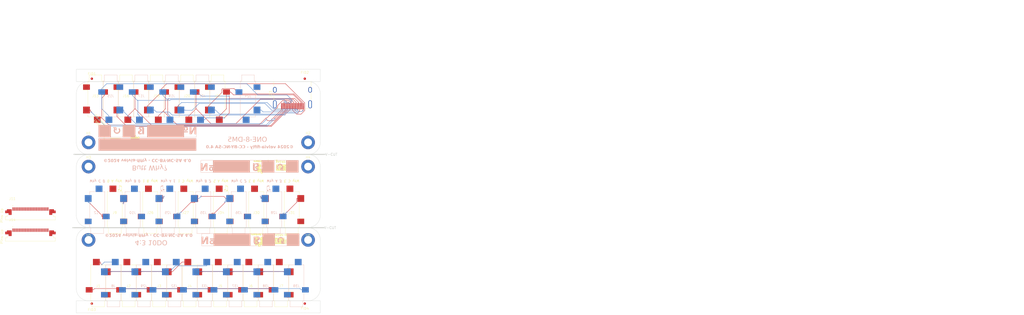
<source format=kicad_pcb>
(kicad_pcb (version 20240108) (generator "pcbnew") (generator_version "8.0")
  (layers (0 "F.Cu" signal) (31 "B.Cu" signal) (34 "B.Paste" user) (35 "F.Paste" user) (36 "B.SilkS" user "B.Silkscreen") (37 "F.SilkS" user "F.Silkscreen") (38 "B.Mask" user) (39 "F.Mask" user) (44 "Edge.Cuts" user))
  (net 0 "")
  (net 1 "GND")
  (net 2 "/Ring 0")
  (net 3 "/TIP 0")
  (net 4 "/Ring 1")
  (net 5 "/TIP 1")
  (net 6 "/Ring 2")
  (net 9 "/TIP 2")
  (net 10 "/Ring 3")
  (net 11 "/TIP 3")
  (net 12 "/Ring 4")
  (net 13 "/TIP 4")
  (net 14 "/TIP 5")
  (net 15 "/Ring 5")
  (net 16 "/TIP 6")
  (net 17 "/Ring 6")
  (net 18 "/Ring 7")
  (net 19 "/TIP 7")
  (net 20 "/Ring 8")
  (net 21 "/TIP 8")
  (net 22 "/TIP 9")
  (net 25 "Net-(J10-PadT)")
  (net 26 "Net-(J12-PadT)")
  (net 32 "Net-(J25-PadR)")
  (net 34 "Net-(J25-PadT)")
  (net 39 "Net-(J28-PadR)")
  (net 41 "Net-(J28-PadT)")
  (net 42 "Net-(J29-PadT)")
  (net 43 "Net-(J29-PadR)")
  (net 48 "Net-(J34-PadR)")
  (net 49 "Net-(J34-PadT)")
  (net 57 "Net-(J1-PadTN)")
  (net 58 "Net-(J1-PadT)")
  (net 59 "Net-(J1-PadR)")
  (net 62 "Net-(J4-PadT)")
  (net 69 "Net-(J33-PadT)")
  (net 74 "/EXT_JACK_T_4")
  (net 75 "/EXT_JACK_TN_5")
  (net 76 "/EXT_JACK_T_8")
  (net 77 "/EXT_JACK_T_5")
  (net 78 "/EXT_JACK_T_2")
  (net 79 "/EXT_JACK_TN_4")
  (net 80 "/EXT_JACK_T_3")
  (net 81 "/EXT_JACK_R_3")
  (net 82 "/EXT_JACK_R_6")
  (net 83 "/EXT_JACK_T_6")
  (net 84 "/EXT_JACK_R_7")
  (net 85 "/EXT_JACK_R_4")
  (net 86 "/EXT_JACK_TN_3")
  (net 87 "/EXT_JACK_R_1")
  (net 88 "/EXT_JACK_R_8")
  (net 89 "/EXT_JACK_TN_6")
  (net 90 "/EXT_JACK_T_1")
  (net 91 "/EXT_JACK_TN_1")
  (net 92 "/EXT_JACK_TN_8")
  (net 93 "/EXT_JACK_R_2")
  (net 94 "/EXT_JACK_T_7")
  (net 95 "/EXT_JACK_TN_2")
  (net 96 "/EXT_JACK_TN_7")
  (net 97 "/EXT_JACK_R_5")
  (net 98 "/DB PIN 25")
  (net 99 "/DB PIN 6")
  (net 100 "/DB PIN 12")
  (net 101 "/DB PIN 2")
  (net 102 "/DB PIN 10")
  (net 103 "/DB PIN 19")
  (net 104 "/DB PIN 11")
  (net 105 "/DB PIN 29")
  (net 106 "/DB PIN 4")
  (net 107 "/DB PIN 8")
  (net 108 "/DB PIN 20")
  (net 109 "/DB PIN 15")
  (net 110 "/DB PIN 14")
  (net 111 "/DB PIN 24")
  (net 112 "/DB PIN 26")
  (net 113 "/DB PIN 18")
  (net 114 "/DB PIN 22")
  (net 115 "/DB PIN 5")
  (net 116 "/DB PIN 13")
  (net 117 "/DB PIN 1")
  (net 118 "/DB PIN 23")
  (net 119 "/DB PIN 3")
  (net 120 "/DB PIN 16")
  (net 121 "/DB PIN 9")
  (net 122 "/DB PIN 28")
  (net 123 "/DB PIN 7")
  (net 124 "/DB PIN 17")
  (net 125 "/DB PIN 21")
  (net 126 "/DB PIN 30")
  (net 127 "/DB PIN 27")
  (footprint "AT-Footprints:Panel - Hole" (layer "F.Cu") (at 127.2625 47.314466)
    (property "Reference" "H17")
    (property "Value" "Panel Hole")
  )
  (footprint "Connector_Audio:Jack_3.5mm_CUI_SJ-3524-SMT_Horizontal" (layer "F.Cu") (at 171.2125 133.75 180)
    (property "Reference" "J4")
    (property "Value" "BETA")
  )
  (footprint "Connector_Audio:Jack_3.5mm_CUI_SJ-3524-SMT_Horizontal" (layer "F.Cu") (at 158.7125 133.75 180)
    (property "Reference" "J3")
    (property "Value" "ALPHA")
  )
  (footprint "AT-Footprints:at-logo" (layer "F.Cu") (at 209.7625 116.85 180)
    (property "Reference" "G5" (hide yes))
    (property "Value" "LOGO" (hide yes))
  )
  (footprint "AT-Footprints:AMPHENOL_SFV30R-4STE1HLF - FFC - 30 RA" (layer "F.Cu") (at 105.9375 113.255)
    (property "Reference" "J14")
    (property "Value" "Daughter")
  )
  (footprint "Symbol:OSHW-Logo2_7.3x6mm_SilkScreen" (layer "F.Cu") (at 148.8625 74.719466)
    (property "Reference" "G2" (hide yes))
    (property "Value" "OSHW-Logo2_7.3x6mm_SilkScreen" (hide yes))
  )
  (footprint "MountingHole:MountingHole_3.2mm_M3_DIN965_Pad" (layer "F.Cu") (at 219.7625 84.75)
    (property "Reference" "H4")
    (property "Value" "M3")
  )
  (footprint "AT-Footprints:Panel - Hole" (layer "F.Cu") (at 222.2625 142.350001 180)
    (property "Reference" "H20")
    (property "Value" "Panel Hole")
  )
  (footprint "Connector_Audio:Jack_3.5mm_CUI_SJ-3524-SMT_Horizontal" (layer "F.Cu") (at 140.5125 103.65 180)
    (property "Reference" "J9")
    (property "Value" "Why A 0")
  )
  (footprint "Connector_Audio:Jack_3.5mm_CUI_SJ-3524-SMT_Horizontal" (layer "F.Cu") (at 133.7125 133.75 180)
    (property "Reference" "J1")
    (property "Value" "ALPHA")
  )
  (footprint "MountingHole:MountingHole_3.2mm_M3_DIN965_Pad" (layer "F.Cu") (at 129.7625 114.85)
    (property "Reference" "H5")
    (property "Value" "M3")
  )
  (footprint "Fiducial:Fiducial_1mm_Mask3mm" (layer "F.Cu") (at 131.1125 141.000001 180)
    (property "Reference" "FID3")
    (property "Value" "Fiducial")
  )
  (footprint "AT-Footprints:Panel - Hole" (layer "F.Cu") (at 127.2625 142.350001 180)
    (property "Reference" "H19")
    (property "Value" "Panel Hole")
  )
  (footprint "MountingHole:MountingHole_3.2mm_M3_DIN965_Pad" (layer "F.Cu") (at 219.7625 74.814466)
    (property "Reference" "H2")
    (property "Value" "M3")
  )
  (footprint "Connector_Audio:Jack_3.5mm_CUI_SJ-3524-SMT_Horizontal" (layer "F.Cu") (at 145.1125 55.719466)
    (property "Reference" "J16")
    (property "Value" "Stereo 2")
  )
  (footprint "Connector_Audio:Jack_3.5mm_CUI_SJ-3524-SMT_Horizontal" (layer "F.Cu") (at 155.0625 103.65 180)
    (property "Reference" "J26")
    (property "Value" "Why B 1")
  )
  (footprint "Connector_Audio:Jack_3.5mm_CUI_SJ-3524-SMT_Horizontal" (layer "F.Cu") (at 208.7125 133.75 180)
    (property "Reference" "J7")
    (property "Value" "A/B")
  )
  (footprint "Connector_Audio:Jack_3.5mm_CUI_SJ-3524-SMT_Horizontal" (layer "F.Cu") (at 169.5625 103.65 180)
    (property "Reference" "J27")
    (property "Value" "Why C 1")
  )
  (footprint "Connector_Video:HDMI_A_Molex_208658-1001_Horizontal" (layer "F.Cu") (at 213.3625 56.654466 90)
    (property "Reference" "J23")
    (property "Value" "HDMI")
  )
  (footprint "Connector_Audio:Jack_3.5mm_CUI_SJ-3524-SMT_Horizontal" (layer "F.Cu") (at 182.6125 55.719466)
    (property "Reference" "J22")
    (property "Value" "Stereo 8")
  )
  (footprint "Connector_Audio:Jack_3.5mm_CUI_SJ-3524-SMT_Horizontal" (layer "F.Cu") (at 146.2125 133.75 180)
    (property "Reference" "J2")
    (property "Value" "ALPHA")
  )
  (footprint "AT-Footprints:Panel - Hole" (layer "F.Cu") (at 222.2625 47.314466)
    (property "Reference" "H18")
    (property "Value" "Panel Hole")
  )
  (footprint "Fiducial:Fiducial_1mm_Mask2mm" (layer "F.Cu") (at 131.1125 48.664466)
    (property "Reference" "FID1")
    (property "Value" "Fiducial")
  )
  (footprint "AT-Footprints:at-logo" (layer "F.Cu") (at 210.7625 86.75 180)
    (property "Reference" "G3" (hide yes))
    (property "Value" "LOGO" (hide yes))
  )
  (footprint "AT-Footprints:at-logo" (layer "F.Cu") (at 138.8625 72.719466)
    (property "Reference" "G1" (hide yes))
    (property "Value" "LOGO" (hide yes))
  )
  (footprint "Connector_Audio:Jack_3.5mm_CUI_SJ-3524-SMT_Horizontal" (layer "F.Cu") (at 196.2125 133.75 180)
    (property "Reference" "J6")
    (property "Value" "A/B")
  )
  (footprint "MountingHole:MountingHole_3.2mm_M3_DIN965_Pad" (layer "F.Cu") (at 129.7625 74.814466)
    (property "Reference" "H1")
    (property "Value" "M3")
  )
  (footprint "Connector_Audio:Jack_3.5mm_CUI_SJ-3524-SMT_Horizontal" (layer "F.Cu") (at 213.0625 103.65 180)
    (property "Reference" "J31")
    (property "Value" "Why C 3")
  )
  (footprint "Connector_Audio:Jack_3.5mm_CUI_SJ-3524-SMT_Horizontal" (layer "F.Cu") (at 157.6125 55.719466)
    (property "Reference" "J18")
    (property "Value" "Stereo 4")
  )
  (footprint "Symbol:OSHW-Logo2_7.3x6mm_SilkScreen" (layer "F.Cu") (at 199.7625 114.85 180)
    (property "Reference" "G6" (hide yes))
    (property "Value" "OSHW-Logo2_7.3x6mm_SilkScreen" (hide yes))
  )
  (footprint "AT-Footprints:AMPHENOL_SFV30R-4STE1HLF - FFC - 30 RA" (layer "F.Cu") (at 105.9375 104.58)
    (property "Reference" "J11")
    (property "Value" "EXT_INTERFACE_1")
  )
  (footprint "Fiducial:Fiducial_1mm_Mask3mm" (layer "F.Cu") (at 218.4125 48.664466)
    (property "Reference" "FID2")
    (property "Value" "Fiducial")
  )
  (footprint "Connector_Audio:Jack_3.5mm_CUI_SJ-3524-SMT_Horizontal" (layer "F.Cu") (at 132.6125 55.719466)
    (property "Reference" "J13")
    (property "Value" "Stereo 0")
  )
  (footprint "Connector_Audio:Jack_3.5mm_CUI_SJ-3524-SMT_Horizontal" (layer "F.Cu") (at 184.0625 103.65 180)
    (property "Reference" "J34")
    (property "Value" "Why A 2")
  )
  (footprint "Connector_Audio:Jack_3.5mm_CUI_SJ-3524-SMT_Horizontal" (layer "F.Cu") (at 170.1125 55.719466)
    (property "Reference" "J20")
    (property "Value" "Stereo 6")
  )
  (footprint "Connector_Audio:Jack_3.5mm_CUI_SJ-3524-SMT_Horizontal" (layer "F.Cu") (at 198.5625 103.65 180)
    (property "Reference" "J30")
    (property "Value" "Why B 3")
  )
  (footprint "MountingHole:MountingHole_3.2mm_M3_DIN965_Pad" (layer "F.Cu") (at 129.7625 84.75)
    (property "Reference" "H3")
    (property "Value" "M3")
  )
  (footprint "MountingHole:MountingHole_3.2mm_M3_DIN965_Pad" (layer "F.Cu") (at 219.7625 114.85)
    (property "Reference" "H6")
    (property "Value" "M3")
  )
  (footprint "Symbol:OSHW-Logo2_7.3x6mm_SilkScreen" (layer "F.Cu") (at 200.7625 84.75 180)
    (property "Reference" "G4" (hide yes))
    (property "Value" "OSHW-Logo2_7.3x6mm_SilkScreen" (hide yes))
  )
  (footprint "Fiducial:Fiducial_1mm_Mask2mm" (layer "F.Cu") (at 218.4125 141.000001 180)
    (property "Reference" "FID4")
    (property "Value" "Fiducial")
  )
  (footprint "Connector_Audio:Jack_3.5mm_CUI_SJ-3524-SMT_Horizontal" (layer "F.Cu") (at 183.7125 133.75 180)
    (property "Reference" "J5")
    (property "Value" "A/B")
  )
  (footprint "Connector_Audio:Jack_3.5mm_CUI_SJ-3524-SMT_Horizontal" (layer "B.Cu") (at 163.8958 55.719466 180)
    (property "Reference" "J19")
    (property "Value" "Stereo 5")
  )
  (footprint "Connector_Audio:Jack_3.5mm_CUI_SJ-3524-SMT_Horizontal" (layer "B.Cu") (at 202.4625 133.75)
    (property "Reference" "J38")
    (property "Value" "C/D")
  )
  (footprint "Connector_Audio:Jack_3.5mm_CUI_SJ-3524-SMT_Horizontal" (layer "B.Cu") (at 139.9625 133.75)
    (property "Reference" "J8")
    (property "Value" "A/GAMMA")
  )
  (footprint "Connector_Audio:Jack_3.5mm_CUI_SJ-3524-SMT_Horizontal" (layer "B.Cu") (at 214.9625 133.75)
    (property "Reference" "J39")
    (property "Value" "C/D")
  )
  (footprint "Connector_Audio:Jack_3.5mm_CUI_SJ-3524-SMT_Horizontal" (layer "B.Cu") (at 133.3125 103.65)
    (property "Reference" "J12")
    (property "Value" "Why C 0")
  )
  (footprint "Connector_Audio:Jack_3.5mm_CUI_SJ-3524-SMT_Horizontal" (layer "B.Cu") (at 195.1125 55.719466 180)
    (property "Reference" "J24")
    (property "Value" "Mono")
  )
  (footprint "Connector_Audio:Jack_3.5mm_CUI_SJ-3524-SMT_Horizontal" (layer "B.Cu") (at 176.4125 55.719466 180)
    (property "Reference" "J21")
    (property "Value" "Stereo 7")
  )
  (footprint "Connector_Audio:Jack_3.5mm_CUI_SJ-3524-SMT_Horizontal" (layer "B.Cu") (at 164.9625 133.75)
    (property "Reference" "J32")
    (property "Value" "GAMMA")
  )
  (footprint "Connector_Audio:Jack_3.5mm_CUI_SJ-3524-SMT_Horizontal" (layer "B.Cu") (at 205.8125 103.65)
    (property "Reference" "J28")
    (property "Value" "Why A 3")
  )
  (footprint "Connector_Audio:Jack_3.5mm_CUI_SJ-3524-SMT_Horizontal" (layer "B.Cu") (at 162.3125 103.65)
    (property "Reference" "J25")
    (property "Value" "Why A 1")
  )
  (footprint "Connector_Audio:Jack_3.5mm_CUI_SJ-3524-SMT_Horizontal" (layer "B.Cu") (at 176.8125 103.65)
    (property "Reference" "J35")
    (property "Value" "Why B 2")
  )
  (footprint "Connector_Audio:Jack_3.5mm_CUI_SJ-3524-SMT_Horizontal" (layer "B.Cu") (at 151.3792 55.719466 180)
    (property "Reference" "J17")
    (property "Value" "Stereo 3")
  )
  (footprint "Connector_Audio:Jack_3.5mm_CUI_SJ-3524-SMT_Horizontal" (layer "B.Cu") (at 147.8125 103.65)
    (property "Reference" "J10")
    (property "Value" "Why B 0")
  )
  (footprint "Connector_Audio:Jack_3.5mm_CUI_SJ-3524-SMT_Horizontal" (layer "B.Cu") (at 152.4625 133.75)
    (property "Reference" "J29")
    (property "Value" "GAMMA")
  )
  (footprint "Connector_Audio:Jack_3.5mm_CUI_SJ-3524-SMT_Horizontal" (layer "B.Cu") (at 189.9625 133.75)
    (property "Reference" "J37")
    (property "Value" "C/D")
  )
  (footprint "Connector_Audio:Jack_3.5mm_CUI_SJ-3524-SMT_Horizontal" (layer "B.Cu") (at 191.3125 103.65)
    (property "Reference" "J36")
    (property "Value" "Why C 2")
  )
  (footprint "Connector_Audio:Jack_3.5mm_CUI_SJ-3524-SMT_Horizontal" (layer "B.Cu") (at 138.8625 55.719466 180)
    (property "Reference" "J15")
    (property "Value" "Stereo 1")
  )
  (footprint "Connector_Audio:Jack_3.5mm_CUI_SJ-3524-SMT_Horizontal" (layer "B.Cu") (at 177.4625 133.75)
    (property "Reference" "J33")
    (property "Value" "DELTA")
  )
  (gr_poly (pts (xy 205.818055 87.154999) (xy 200.818054 87.154999) (xy 200.818054 82.154999) (xy 205.818054 82.155)) (stroke (width 0.1)) (fill solid) (layer "B.SilkS"))
  (gr_rect (start 133.8625 67.719466) (end 138.8625 72.719466) (stroke (width 0.1)) (fill solid) (layer "B.SilkS"))
  (gr_poly (pts (xy 210.818054 87.155) (xy 205.818055 87.154999) (xy 205.818054 82.155) (xy 210.818054 82.155)) (stroke (width 0.1)) (fill none) (layer "B.SilkS"))
  (gr_rect (start 195.818054 82.154999) (end 200.818054 87.154999) (stroke (width 0.1)) (fill none) (layer "B.SilkS"))
  (gr_poly (pts (xy 215.818053 87.154999) (xy 210.818054 87.155) (xy 210.818054 82.155) (xy 215.818054 82.155)) (stroke (width 0.1)) (fill solid) (layer "B.SilkS"))
  (gr_poly (pts (xy 206.112501 117.254999) (xy 201.1125 117.254999) (xy 201.1125 112.254999) (xy 206.1125 112.255)) (stroke (width 0.1)) (fill solid) (layer "B.SilkS"))
  (gr_poly (pts (xy 168.8625 67.719466) (xy 173.8625 67.719466) (xy 173.8625 72.719466) (xy 168.8625 72.719467)) (stroke (width 0.1)) (fill none) (layer "B.SilkS"))
  (gr_rect (start 138.8625 67.719466) (end 143.8625 72.719466) (stroke (width 0.1)) (fill none) (layer "B.SilkS"))
  (gr_rect (start 148.8625 67.719466) (end 153.8625 72.719466) (stroke (width 0.1)) (fill none) (layer "B.SilkS"))
  (gr_poly (pts (xy 153.8625 67.719466) (xy 168.8625 67.719466) (xy 168.8625 72.719467) (xy 153.8625 72.719466)) (stroke (width 0.1)) (fill solid) (layer "B.SilkS"))
  (gr_poly (pts (xy 181.1125 117.254999) (xy 176.1125 117.254999) (xy 176.1125 112.254999) (xy 181.112501 112.254998)) (stroke (width 0.1)) (fill none) (layer "B.SilkS"))
  (gr_poly (pts (xy 216.112499 117.254999) (xy 211.1125 117.255) (xy 211.1125 112.255) (xy 216.1125 112.255)) (stroke (width 0.1)) (fill solid) (layer "B.SilkS"))
  (gr_rect (start 143.8625 67.719466) (end 148.8625 72.719466) (stroke (width 0.1)) (fill solid) (layer "B.SilkS"))
  (gr_poly (pts (xy 196.1125 117.254999) (xy 181.1125 117.254999) (xy 181.112501 112.254998) (xy 196.1125 112.254999)) (stroke (width 0.1)) (fill solid) (layer "B.SilkS"))
  (gr_poly (pts (xy 180.818054 87.154999) (xy 175.818054 87.154999) (xy 175.818054 82.154999) (xy 180.818055 82.154998)) (stroke (width 0.1)) (fill none) (layer "B.SilkS"))
  (gr_rect (start 196.1125 112.254999) (end 201.1125 117.254999) (stroke (width 0.1)) (fill none) (layer "B.SilkS"))
  (gr_poly (pts (xy 195.818054 87.154999) (xy 180.818054 87.154999) (xy 180.818055 82.154998) (xy 195.818054 82.154999)) (stroke (width 0.1)) (fill solid) (layer "B.SilkS"))
  (gr_poly (pts (xy 211.1125 117.255) (xy 206.112501 117.254999) (xy 206.1125 112.255) (xy 211.1125 112.255)) (stroke (width 0.1)) (fill none) (layer "B.SilkS"))
  (gr_rect (start 133.8625 73.219466) (end 173.8625 78.219466) (stroke (width 0.1)) (fill solid) (layer "B.SilkS"))
  (gr_arc (start 129.7625 139.850001) (mid 126.226966 138.385534) (end 124.7625 134.85) (stroke (width 0.1)) (layer "Edge.Cuts"))
  (gr_rect (start 124.7625 139.850001) (end 224.7625 144.850001) (stroke (width 0.1)) (fill none) (layer "Edge.Cuts"))
  (gr_arc (start 224.7625 74.814466) (mid 223.298034 78.35) (end 219.7625 79.814466) (stroke (width 0.1)) (layer "Edge.Cuts"))
  (gr_arc (start 219.7625 109.85) (mid 223.298034 111.314466) (end 224.7625 114.85) (stroke (width 0.1)) (layer "Edge.Cuts"))
  (gr_line (start 219.7625 49.814466) (end 129.7625 49.814466) (stroke (width 0.1)) (layer "Edge.Cuts"))
  (gr_arc (start 219.7625 79.75) (mid 223.298034 81.214466) (end 224.7625 84.75) (stroke (width 0.1)) (layer "Edge.Cuts"))
  (gr_line (start 226.2625 109.85) (end 123.2625 109.85) (stroke (width 0.4)) (layer "Edge.Cuts"))
  (gr_arc (start 124.7625 84.75) (mid 126.226966 81.214466) (end 129.7625 79.75) (stroke (width 0.1)) (layer "Edge.Cuts"))
  (gr_line (start 224.7625 114.85) (end 224.7625 134.85) (stroke (width 0.1)) (layer "Edge.Cuts"))
  (gr_arc (start 224.7625 134.85) (mid 223.298034 138.385534) (end 219.7625 139.85) (stroke (width 0.1)) (layer "Edge.Cuts"))
  (gr_arc (start 224.7625 104.75) (mid 223.298034 108.285534) (end 219.7625 109.75) (stroke (width 0.1)) (layer "Edge.Cuts"))
  (gr_line (start 129.7625 139.850001) (end 219.7625 139.85) (stroke (width 0.1)) (layer "Edge.Cuts"))
  (gr_rect (start 124.7625 44.814466) (end 224.7625 49.814466) (stroke (width 0.1)) (fill none) (layer "Edge.Cuts"))
  (gr_line (start 124.7625 84.75) (end 124.7625 104.75) (stroke (width 0.1)) (layer "Edge.Cuts"))
  (gr_arc (start 219.7625 49.814466) (mid 223.298034 51.278932) (end 224.7625 54.814466) (stroke (width 0.1)) (layer "Edge.Cuts"))
  (gr_arc (start 124.7625 54.814466) (mid 126.226966 51.278932) (end 129.7625 49.814466) (stroke (width 0.1)) (layer "Edge.Cuts"))
  (gr_arc (start 129.7625 109.75) (mid 126.226966 108.285534) (end 124.7625 104.75) (stroke (width 0.1)) (layer "Edge.Cuts"))
  (gr_arc (start 129.7625 79.814466) (mid 126.226966 78.35) (end 124.7625 74.814466) (stroke (width 0.1)) (layer "Edge.Cuts"))
  (gr_line (start 224.7625 84.75) (end 224.7625 104.75) (stroke (width 0.1)) (layer "Edge.Cuts"))
  (gr_arc (start 124.7625 114.85) (mid 126.226966 111.314466) (end 129.7625 109.85) (stroke (width 0.1)) (layer "Edge.Cuts"))
  (gr_line (start 224.7625 74.814466) (end 224.7625 54.814466) (stroke (width 0.1)) (layer "Edge.Cuts"))
  (gr_line (start 124.7625 74.814466) (end 124.7625 54.814466) (stroke (width 0.1)) (layer "Edge.Cuts"))
  (gr_line (start 226.7625 79.75) (end 123.7625 79.75) (stroke (width 0.4)) (layer "Edge.Cuts"))
  (gr_line (start 124.7625 114.85) (end 124.7625 134.85) (stroke (width 0.1)) (layer "Edge.Cuts"))
  (gr_text "♫" (at 203.6125 93.655 0) (layer "B.SilkS") (effects (font (size 2 2)) (justify mirror)))
  (gr_text "©2024 velvia-fifty - CC-BY-NC-SA 4.0" (at 153.818054 82.15 180) (layer "B.SilkS") (effects (font (size 1.25 1.25) (thickness 0.25) (bold yes)) (justify mirror)))
  (gr_text "Nº" (at 178.318054 84.654999 180) (layer "B.SilkS") (effects (font (size 3 3) (thickness 0.3) (bold yes)) (justify mirror)))
  (gr_text "Nº" (at 178.6125 114.754999 180) (layer "B.SilkS") (effects (font (size 3 3) (thickness 0.3) (bold yes)) (justify mirror)))
  (gr_text "↺" (at 208.6125 114.755 180) (layer "B.SilkS") (effects (font (size 3 3) (thickness 0.3) (bold yes)) (justify mirror)))
  (gr_text "©2024 velvia-fifty - CC-BY-NC-SA 4.0" (at 154.418054 112.85 180) (layer "B.SilkS") (effects (font (size 1.25 1.25) (thickness 0.25) (bold yes)) (justify mirror)))
  (gr_text "Nº" (at 171.3625 70.219466 0) (layer "B.SilkS") (effects (font (size 3 3) (thickness 0.3) (bold yes)) (justify mirror)))
  (gr_text "Butt Why?" (at 154.818054 85.15 180) (layer "B.SilkS") (effects (font (size 2 2) (thickness 0.1)) (justify mirror)))
  (gr_text "ß" (at 198.6125 114.754999 180) (layer "B.SilkS") (effects (font (size 3 3) (thickness 0.3) (bold yes)) (justify mirror)))
  (gr_text "ß" (at 198.318054 84.654999 180) (layer "B.SilkS") (effects (font (size 3 3) (thickness 0.3) (bold yes)) (justify mirror)))
  (gr_text "↺" (at 208.318054 84.655 180) (layer "B.SilkS") (effects (font (size 3 3) (thickness 0.3) (bold yes)) (justify mirror)))
  (gr_text "©2024 velvia-fifty - CC-BY-NC-SA 4.0" (at 195.8625 76.719466 0) (layer "B.SilkS") (effects (font (size 1.25 1.25) (thickness 0.25) (bold yes)) (justify mirror)))
  (gr_text "↺" (at 141.3625 70.219466 0) (layer "B.SilkS") (effects (font (size 3 3) (thickness 0.3) (bold yes)) (justify mirror)))
  (gr_text "ß" (at 151.3625 70.219466 0) (layer "B.SilkS") (effects (font (size 3 3) (thickness 0.3) (bold yes)) (justify mirror)))
  (gr_text "ONE-8-DM5" (at 194.8625 73.719466 0) (layer "B.SilkS") (effects (font (size 2 2) (thickness 0.1)) (justify mirror)))
  (gr_text "♫" (at 160.1125 93.655 0) (layer "B.SilkS") (effects (font (size 2 2)) (justify mirror)))
  (gr_text "4:3 10DO" (at 155.418054 115.85 180) (layer "B.SilkS") (effects (font (size 2 2) (thickness 0.1)) (justify mirror)))
  (gr_text "∅3.2mm \n{M3}" (at 133.9191 66.314466 315) (layer "F.SilkS") (effects (font (size 1 1) (thickness 0.1875))))
  (gr_text "♫" (at 142.6125 93.655 0) (layer "F.SilkS") (effects (font (size 2 2))))
  (gr_text "♫" (at 186.1125 93.655 0) (layer "F.SilkS") (effects (font (size 2 2))))
  (gr_text "V-CUT" (at 226.7625 79.75 0) (layer "Edge.Cuts") (effects (font (size 1 1)) (justify left)))
  (gr_text "V-CUT" (at 226.2625 109.85 0) (layer "Edge.Cuts") (effects (font (size 1 1)) (justify left)))
  (segment (start 208.8625 59.939466) (end 208.8625 61.517366) (width 0.1524) (layer "F.Cu") (net 2))
  (segment (start 135.1666 56.643266) (end 136.3125 55.497366) (width 0.1524) (layer "F.Cu") (net 2))
  (segment (start 208.8625 61.517366) (end 208.779 61.517366) (width 0.1524) (layer "F.Cu") (net 2))
  (segment (start 133.3625 64.730466) (end 135.1666 64.730466) (width 0.1524) (layer "F.Cu") (net 2))
  (segment (start 136.3125 54.119466) (end 136.3125 55.497366) (width 0.1524) (layer "F.Cu") (net 2))
  (segment (start 135.1666 64.730466) (end 135.1666 56.643266) (width 0.1524) (layer "F.Cu") (net 2))
  (segment (start 135.1666 64.730466) (end 138.053 67.616866) (width 0.1524) (layer "F.Cu") (net 2))
  (segment (start 208.779 61.517366) (end 204.9265 65.369866) (width 0.1524) (layer "F.Cu") (net 2))
  (segment (start 133.3625 65.519466) (end 133.3625 64.730466) (width 0.1524) (layer "F.Cu") (net 2))
  (via (at 138.053 67.616866) (size 0.46) (drill 0.3) (layers "F.Cu" "B.Cu") (net 2))
  (via (at 204.9265 65.369866) (size 0.46) (drill 0.3) (layers "F.Cu" "B.Cu") (net 2))
  (segment (start 202.6795 67.616866) (end 204.9265 65.369866) (width 0.1524) (layer "B.Cu") (net 2))
  (segment (start 138.053 67.616866) (end 202.6795 67.616866) (width 0.1524) (layer "B.Cu") (net 2))
  (segment (start 128.9125 61.519466) (end 130.5904 61.519466) (width 0.1524) (layer "F.Cu") (net 3))
  (segment (start 209.3625 61.750766) (end 206.0544 65.058866) (width 0.1524) (layer "F.Cu") (net 3))
  (segment (start 130.9032 62.349666) (end 130.5904 62.036866) (width 0.1524) (layer "F.Cu") (net 3))
  (segment (start 209.3625 59.939466) (end 209.3625 61.750766) (width 0.1524) (layer "F.Cu") (net 3))
  (segment (start 130.5904 62.036866) (end 130.5904 61.519466) (width 0.1524) (layer "F.Cu") (net 3))
  (via (at 206.0544 65.058866) (size 0.46) (drill 0.3) (layers "F.Cu" "B.Cu") (net 3))
  (via (at 130.9032 62.349666) (size 0.46) (drill 0.3) (layers "F.Cu" "B.Cu") (net 3))
  (segment (start 136.6862 68.132666) (end 202.9806 68.132666) (width 0.1524) (layer "B.Cu") (net 3))
  (segment (start 130.9032 62.349666) (end 136.6862 68.132666) (width 0.1524) (layer "B.Cu") (net 3))
  (segment (start 202.9806 68.132666) (end 206.0544 65.058866) (width 0.1524) (layer "B.Cu") (net 3))
  (segment (start 209.8625 58.341366) (end 210.0328 58.171066) (width 0.1524) (layer "F.Cu") (net 4))
  (segment (start 209.8625 59.939466) (end 209.8625 58.341366) (width 0.1524) (layer "F.Cu") (net 4))
  (via (at 210.0328 58.171066) (size 0.46) (drill 0.3) (layers "F.Cu" "B.Cu") (net 4))
  (segment (start 197.1346 53.337466) (end 197.1346 53.226166) (width 0.1524) (layer "B.Cu") (net 4))
  (segment (start 137.1625 50.741566) (end 135.1625 52.741566) (width 0.1524) (layer "B.Cu") (net 4))
  (segment (start 194.65 50.741566) (end 137.1625 50.741566) (width 0.1524) (layer "B.Cu") (net 4))
  (segment (start 197.1346 53.226166) (end 194.65 50.741566) (width 0.1524) (layer "B.Cu") (net 4))
  (segment (start 199.1309 55.333766) (end 197.1346 53.337466) (width 0.1524) (layer "B.Cu") (net 4))
  (segment (start 135.1625 60.991566) (end 135.1625 54.119466) (width 0.1524) (layer "B.Cu") (net 4))
  (segment (start 138.1125 63.941566) (end 135.1625 60.991566) (width 0.1524) (layer "B.Cu") (net 4))
  (segment (start 213.1576 57.373566) (end 211.1178 55.333766) (width 0.1524) (layer "B.Cu") (net 4))
  (segment (start 210.4996 58.637866) (end 212.3879 58.637866) (width 0.1524) (layer "B.Cu") (net 4))
  (segment (start 138.1125 65.519466) (end 138.1125 63.941566) (width 0.1524) (layer "B.Cu") (net 4))
  (segment (start 211.1178 55.333766) (end 199.1309 55.333766) (width 0.1524) (layer "B.Cu") (net 4))
  (segment (start 135.1625 54.119466) (end 135.1625 52.741566) (width 0.1524) (layer "B.Cu") (net 4))
  (segment (start 212.3879 58.637866) (end 213.1576 57.868166) (width 0.1524) (layer "B.Cu") (net 4))
  (segment (start 210.0328 58.171066) (end 210.4996 58.637866) (width 0.1524) (layer "B.Cu") (net 4))
  (segment (start 213.1576 57.868166) (end 213.1576 57.373566) (width 0.1524) (layer "B.Cu") (net 4))
  (segment (start 210.3625 61.517366) (end 205.9608 65.919066) (width 0.1524) (layer "F.Cu") (net 5))
  (segment (start 205.9608 65.919066) (end 203.2389 65.919066) (width 0.1524) (layer "F.Cu") (net 5))
  (segment (start 210.3625 59.939466) (end 210.3625 61.517366) (width 0.1524) (layer "F.Cu") (net 5))
  (segment (start 203.2389 65.919066) (end 202.6834 65.363566) (width 0.1524) (layer "F.Cu") (net 5))
  (via (at 202.6834 65.363566) (size 0.46) (drill 0.3) (layers "F.Cu" "B.Cu") (net 5))
  (segment (start 149.0842 67.097366) (end 200.9496 67.097366) (width 0.1524) (layer "B.Cu") (net 5))
  (segment (start 200.9496 67.097366) (end 202.6834 65.363566) (width 0.1524) (layer "B.Cu") (net 5))
  (segment (start 144.2404 61.519466) (end 144.2404 62.253566) (width 0.1524) (layer "B.Cu") (net 5))
  (segment (start 142.5625 61.519466) (end 144.2404 61.519466) (width 0.1524) (layer "B.Cu") (net 5))
  (segment (start 144.2404 62.253566) (end 149.0842 67.097366) (width 0.1524) (layer "B.Cu") (net 5))
  (segment (start 155.6842 67.863266) (end 148.8125 60.991566) (width 0.1524) (layer "F.Cu") (net 6))
  (segment (start 210.8625 61.526566) (end 204.5258 67.863266) (width 0.1524) (layer "F.Cu") (net 6))
  (segment (start 148.8125 54.119466) (end 148.8125 55.497366) (width 0.1524) (layer "F.Cu") (net 6))
  (segment (start 210.8625 59.939466) (end 210.8625 61.526566) (width 0.1524) (layer "F.Cu") (net 6))
  (segment (start 204.5258 67.863266) (end 155.6842 67.863266) (width 0.1524) (layer "F.Cu") (net 6))
  (segment (start 148.8125 55.497366) (end 148.8125 60.991566) (width 0.1524) (layer "F.Cu") (net 6))
  (segment (start 145.8625 65.519466) (end 145.8625 63.941566) (width 0.1524) (layer "F.Cu") (net 6))
  (segment (start 148.8125 60.991566) (end 145.8625 63.941566) (width 0.1524) (layer "F.Cu") (net 6))
  (segment (start 211.3625 59.939466) (end 211.3625 61.580066) (width 0.1524) (layer "F.Cu") (net 9))
  (segment (start 141.4125 64.189666) (end 141.4125 61.519466) (width 0.1524) (layer "F.Cu") (net 9))
  (segment (start 211.3625 61.580066) (end 204.7197 68.222866) (width 0.1524) (layer "F.Cu") (net 9))
  (segment (start 204.7197 68.222866) (end 145.4457 68.222866) (width 0.1524) (layer "F.Cu") (net 9))
  (segment (start 145.4457 68.222866) (end 141.4125 64.189666) (width 0.1524) (layer "F.Cu") (net 9))
  (segment (start 211.8625 58.361566) (end 211.0109 58.361566) (width 0.1524) (layer "F.Cu") (net 10))
  (segment (start 211.8625 59.939466) (end 211.8625 58.361566) (width 0.1524) (layer "F.Cu") (net 10))
  (segment (start 211.0109 58.361566) (end 210.773 58.123666) (width 0.1524) (layer "F.Cu") (net 10))
  (via (at 210.773 58.123666) (size 0.46) (drill 0.3) (layers "F.Cu" "B.Cu") (net 10))
  (segment (start 210.773 58.123666) (end 209.8677 57.218366) (width 0.1524) (layer "B.Cu") (net 10))
  (segment (start 149.7565 57.574666) (end 147.6792 55.497366) (width 0.1524) (layer "B.Cu") (net 10))
  (segment (start 150.6292 63.941566) (end 149.9973 63.309666) (width 0.1524) (layer "B.Cu") (net 10))
  (segment (start 163.4339 57.218366) (end 163.0776 57.574666) (width 0.1524) (layer "B.Cu") (net 10))
  (segment (start 149.9973 57.574666) (end 149.7565 57.574666) (width 0.1524) (layer "B.Cu") (net 10))
  (segment (start 163.0776 57.574666) (end 149.9973 57.574666) (width 0.1524) (layer "B.Cu") (net 10))
  (segment (start 147.6792 54.119466) (end 147.6792 55.497366) (width 0.1524) (layer "B.Cu") (net 10))
  (segment (start 209.8677 57.218366) (end 163.4339 57.218366) (width 0.1524) (layer "B.Cu") (net 10))
  (segment (start 149.9973 63.309666) (end 149.9973 57.574666) (width 0.1524) (layer "B.Cu") (net 10))
  (segment (start 150.6292 65.519466) (end 150.6292 63.941566) (width 0.1524) (layer "B.Cu") (net 10))
  (segment (start 212.3625 61.517366) (end 212.1434 61.517366) (width 0.1524) (layer "F.Cu") (net 11))
  (segment (start 212.1434 61.517366) (end 210.2635 63.397266) (width 0.1524) (layer "F.Cu") (net 11))
  (segment (start 212.3625 59.939466) (end 212.3625 61.517366) (width 0.1524) (layer "F.Cu") (net 11))
  (via (at 210.2635 63.397266) (size 0.46) (drill 0.3) (layers "F.Cu" "B.Cu") (net 11))
  (segment (start 157.5947 62.357066) (end 156.7571 61.519466) (width 0.1524) (layer "B.Cu") (net 11))
  (segment (start 164.044 63.601366) (end 162.7997 62.357066) (width 0.1524) (layer "B.Cu") (net 11))
  (segment (start 162.7997 62.357066) (end 157.5947 62.357066) (width 0.1524) (layer "B.Cu") (net 11))
  (segment (start 210.0594 63.601366) (end 164.044 63.601366) (width 0.1524) (layer "B.Cu") (net 11))
  (segment (start 155.0792 61.519466) (end 156.7571 61.519466) (width 0.1524) (layer "B.Cu") (net 11))
  (segment (start 210.2635 63.397266) (end 210.0594 63.601366) (width 0.1524) (layer "B.Cu") (net 11))
  (segment (start 161.3125 55.497366) (end 161.3125 60.991566) (width 0.1524) (layer "F.Cu") (net 12))
  (segment (start 158.3625 65.519466) (end 158.3625 63.941566) (width 0.1524) (layer "F.Cu") (net 12))
  (segment (start 212.8625 59.939466) (end 212.8625 58.361566) (width 0.1524) (layer "F.Cu") (net 12))
  (segment (start 207.2635 60.411166) (end 202.8192 64.855466) (width 0.1524) (layer "F.Cu") (net 12))
  (segment (start 212.6415 58.142666) (end 212.4143 58.142666) (width 0.1524) (layer "F.Cu") (net 12))
  (segment (start 202.8192 64.855466) (end 202.4729 64.855466) (width 0.1524) (layer "F.Cu") (net 12))
  (segment (start 210.9834 57.615766) (end 210.5627 57.615766) (width 0.1524) (layer "F.Cu") (net 12))
  (segment (start 212.7223 58.223466) (end 212.6415 58.142666) (width 0.1524) (layer "F.Cu") (net 12))
  (segment (start 210.9941 57.626466) (end 210.9834 57.615766) (width 0.1524) (layer "F.Cu") (net 12))
  (segment (start 207.2635 59.684366) (end 207.2635 60.411166) (width 0.1524) (layer "F.Cu") (net 12))
  (segment (start 212.4143 58.142666) (end 211.8981 57.626466) (width 0.1524) (layer "F.Cu") (net 12))
  (segment (start 211.8981 57.626466) (end 210.9941 57.626466) (width 0.1524) (layer "F.Cu") (net 12))
  (segment (start 210.5627 57.615766) (end 210.552 57.626466) (width 0.1524) (layer "F.Cu") (net 12))
  (segment (start 202.4729 64.855466) (end 199.8295 67.498866) (width 0.1524) (layer "F.Cu") (net 12))
  (segment (start 212.7244 58.223466) (end 212.7223 58.223466) (width 0.1524) (layer "F.Cu") (net 12))
  (segment (start 165.9375 67.498866) (end 160.3714 61.932666) (width 0.1524) (layer "F.Cu") (net 12))
  (segment (start 161.3125 54.119466) (end 161.3125 55.497366) (width 0.1524) (layer "F.Cu") (net 12))
  (segment (start 209.3214 57.626466) (end 207.2635 59.684366) (width 0.1524) (layer "F.Cu") (net 12))
  (segment (start 210.552 57.626466) (end 209.3214 57.626466) (width 0.1524) (layer "F.Cu") (net 12))
  (segment (start 199.8295 67.498866) (end 165.9375 67.498866) (width 0.1524) (layer "F.Cu") (net 12))
  (segment (start 212.8625 58.361566) (end 212.7244 58.223466) (width 0.1524) (layer "F.Cu") (net 12))
  (segment (start 161.3125 60.991566) (end 160.3714 61.932666) (width 0.1524) (layer "F.Cu") (net 12))
  (segment (start 160.3714 61.932666) (end 158.3625 63.941566) (width 0.1524) (layer "F.Cu") (net 12))
  (segment (start 216.8325 63.253166) (end 218.3524 61.733266) (width 0.1524) (layer "F.Cu") (net 13))
  (segment (start 213.3625 59.939466) (end 213.3625 61.517366) (width 0.1524) (layer "F.Cu") (net 13))
  (segment (start 213.3625 61.517366) (end 215.0983 63.253166) (width 0.1524) (layer "F.Cu") (net 13))
  (segment (start 210.5257 50.741566) (end 161.767 50.741566) (width 0.1524) (layer "F.Cu") (net 13))
  (segment (start 159.3145 54.439566) (end 153.9125 59.841566) (width 0.1524) (layer "F.Cu") (net 13))
  (segment (start 159.3145 53.194066) (end 159.3145 54.439566) (width 0.1524) (layer "F.Cu") (net 13))
  (segment (start 215.0983 63.253166) (end 216.8325 63.253166) (width 0.1524) (layer "F.Cu") (net 13))
  (segment (start 153.9125 61.519466) (end 153.9125 59.841566) (width 0.1524) (layer "F.Cu") (net 13))
  (segment (start 218.3524 58.568266) (end 210.5257 50.741566) (width 0.1524) (layer "F.Cu") (net 13))
  (segment (start 161.767 50.741566) (end 159.3145 53.194066) (width 0.1524) (layer "F.Cu") (net 13))
  (segment (start 218.3524 61.733266) (end 218.3524 58.568266) (width 0.1524) (layer "F.Cu") (net 13))
  (segment (start 214.655 61.517366) (end 214.8226 61.684966) (width 0.1524) (layer "F.Cu") (net 14))
  (segment (start 214.3625 61.517366) (end 214.655 61.517366) (width 0.1524) (layer "F.Cu") (net 14))
  (segment (start 214.3625 59.939466) (end 214.3625 61.517366) (width 0.1524) (layer "F.Cu") (net 14))
  (via (at 214.8226 61.684966) (size 0.46) (drill 0.3) (layers "F.Cu" "B.Cu") (net 14))
  (segment (start 167.5958 61.519466) (end 169.2737 61.519466) (width 0.1524) (layer "B.Cu") (net 14))
  (segment (start 169.4099 61.655666) (end 172.2313 61.655666) (width 0.1524) (layer "B.Cu") (net 14))
  (segment (start 214.8226 61.684866) (end 214.8226 61.684966) (width 0.1524) (layer "B.Cu") (net 14))
  (segment (start 169.2737 61.519466) (end 169.4099 61.655666) (width 0.1524) (layer "B.Cu") (net 14))
  (segment (start 175.0583 58.828666) (end 202.0833 58.828666) (width 0.1524) (layer "B.Cu") (net 14))
  (segment (start 172.2313 61.655666) (end 175.0583 58.828666) (width 0.1524) (layer "B.Cu") (net 14))
  (segment (start 202.0833 58.828666) (end 204.9395 61.684866) (width 0.1524) (layer "B.Cu") (net 14))
  (segment (start 204.9395 61.684866) (end 214.8226 61.684866) (width 0.1524) (layer "B.Cu") (net 14))
  (segment (start 213.8625 58.361566) (end 213.1357 57.634766) (width 0.1524) (layer "F.Cu") (net 15))
  (segment (start 162.2375 57.181566) (end 162.2375 63.066766) (width 0.1524) (layer "F.Cu") (net 15))
  (segment (start 162.3824 57.036666) (end 162.2375 57.181566) (width 0.1524) (layer "F.Cu") (net 15))
  (segment (start 213.8625 59.939466) (end 213.8625 58.361566) (width 0.1524) (layer "F.Cu") (net 15))
  (segment (start 213.1357 57.634766) (end 212.6246 57.634766) (width 0.1524) (layer "F.Cu") (net 15))
  (via (at 162.3824 57.036666) (size 0.46) (drill 0.3) (layers "F.Cu" "B.Cu") (net 15))
  (via (at 212.6246 57.634766) (size 0.46) (drill 0.3) (layers "F.Cu" "B.Cu") (net 15))
  (via (at 162.2375 63.066766) (size 0.46) (drill 0.3) (layers "F.Cu" "B.Cu") (net 15))
  (segment (start 162.2375 63.066766) (end 163.1123 63.941566) (width 0.1524) (layer "B.Cu") (net 15))
  (segment (start 163.1123 63.941566) (end 163.1458 63.941566) (width 0.1524) (layer "B.Cu") (net 15))
  (segment (start 160.1958 55.497366) (end 161.7351 57.036666) (width 0.1524) (layer "B.Cu") (net 15))
  (segment (start 160.1958 54.119466) (end 160.1958 55.497366) (width 0.1524) (layer "B.Cu") (net 15))
  (segment (start 161.7351 57.036666) (end 162.3824 57.036666) (width 0.1524) (layer "B.Cu") (net 15))
  (segment (start 162.5897 56.829366) (end 162.3824 57.036666) (width 0.1524) (layer "B.Cu") (net 15))
  (segment (start 163.1458 65.519466) (end 163.1458 63.941566) (width 0.1524) (layer "B.Cu") (net 15))
  (segment (start 211.8192 56.829366) (end 162.5897 56.829366) (width 0.1524) (layer "B.Cu") (net 15))
  (segment (start 212.6246 57.634766) (end 211.8192 56.829366) (width 0.1524) (layer "B.Cu") (net 15))
  (segment (start 166.4125 61.519466) (end 166.4125 59.841566) (width 0.1524) (layer "F.Cu") (net 16))
  (segment (start 215.3625 59.939466) (end 215.3625 61.517366) (width 0.1524) (layer "F.Cu") (net 16))
  (segment (start 215.4766 61.517366) (end 215.6357 61.676466) (width 0.1524) (layer "F.Cu") (net 16))
  (segment (start 166.4619 59.841566) (end 166.4125 59.841566) (width 0.1524) (layer "F.Cu") (net 16))
  (segment (start 166.7921 59.511366) (end 166.4619 59.841566) (width 0.1524) (layer "F.Cu") (net 16))
  (segment (start 215.3625 61.517366) (end 215.4766 61.517366) (width 0.1524) (layer "F.Cu") (net 16))
  (via (at 166.7921 59.511366) (size 0.46) (drill 0.3) (layers "F.Cu" "B.Cu") (net 16))
  (via (at 215.6357 61.676466) (size 0.46) (drill 0.3) (layers "F.Cu" "B.Cu") (net 16))
  (segment (start 215.6357 61.676466) (end 215.0666 61.107366) (width 0.1524) (layer "B.Cu") (net 16))
  (segment (start 167.834 58.469466) (end 166.7921 59.511366) (width 0.1524) (layer "B.Cu") (net 16))
  (segment (start 205.6669 61.107366) (end 203.029 58.469466) (width 0.1524) (layer "B.Cu") (net 16))
  (segment (start 203.029 58.469466) (end 167.834 58.469466) (width 0.1524) (layer "B.Cu") (net 16))
  (segment (start 215.0666 61.107366) (end 205.6669 61.107366) (width 0.1524) (layer "B.Cu") (net 16))
  (segment (start 170.8625 65.519466) (end 170.8625 63.941566) (width 0.1524) (layer "F.Cu") (net 17))
  (segment (start 173.8125 60.991566) (end 173.8125 54.119466) (width 0.1524) (layer "F.Cu") (net 17))
  (segment (start 173.8125 60.991566) (end 179.9183 67.097366) (width 0.1524) (layer "F.Cu") (net 17))
  (segment (start 200.1596 57.126766) (end 213.6277 57.126766) (width 0.1524) (layer "F.Cu") (net 17))
  (segment (start 170.8625 63.941566) (end 173.8125 60.991566) (width 0.1524) (layer "F.Cu") (net 17))
  (segment (start 214.8625 59.939466) (end 214.8625 58.361566) (width 0.1524) (layer "F.Cu") (net 17))
  (segment (start 179.9183 67.097366) (end 190.189 67.097366) (width 0.1524) (layer "F.Cu") (net 17))
  (segment (start 190.189 67.097366) (end 200.1596 57.126766) (width 0.1524) (layer "F.Cu") (net 17))
  (segment (start 213.6277 57.126766) (end 214.8625 58.361566) (width 0.1524) (layer "F.Cu") (net 17))
  (segment (start 214.2721 56.771166) (end 215.8625 58.361566) (width 0.1524) (layer "F.Cu") (net 18))
  (segment (start 187.4076 56.771166) (end 187.4076 62.784966) (width 0.1524) (layer "F.Cu") (net 18))
  (segment (start 187.4076 55.793066) (end 187.4076 56.771166) (width 0.1524) (layer "F.Cu") (net 18))
  (segment (start 187.4076 62.784966) (end 185.4558 64.736766) (width 0.1524) (layer "F.Cu") (net 18))
  (segment (start 187.4076 56.771166) (end 214.2721 56.771166) (width 0.1524) (layer "F.Cu") (net 18))
  (segment (start 215.8625 59.939466) (end 215.8625 58.361566) (width 0.1524) (layer "F.Cu") (net 18))
  (via (at 185.4558 64.736766) (size 0.46) (drill 0.3) (layers "F.Cu" "B.Cu") (net 18))
  (via (at 187.4076 55.793066) (size 0.46) (drill 0.3) (layers "F.Cu" "B.Cu") (net 18))
  (segment (start 172.7125 54.119466) (end 174.3904 54.119466) (width 0.1524) (layer "B.Cu") (net 18))
  (segment (start 174.3904 54.119466) (end 176.064 55.793066) (width 0.1524) (layer "B.Cu") (net 18))
  (segment (start 178.1231 64.736766) (end 177.3404 65.519466) (width 0.1524) (layer "B.Cu") (net 18))
  (segment (start 176.064 55.793066) (end 187.4076 55.793066) (width 0.1524) (layer "B.Cu") (net 18))
  (segment (start 175.6625 65.519466) (end 177.3404 65.519466) (width 0.1524) (layer "B.Cu") (net 18))
  (segment (start 185.4558 64.736766) (end 178.1231 64.736766) (width 0.1524) (layer "B.Cu") (net 18))
  (segment (start 216.3625 61.857366) (end 216.3625 59.939466) (width 0.1524) (layer "F.Cu") (net 19))
  (segment (start 215.4858 62.734066) (end 216.3625 61.857366) (width 0.1524) (layer "F.Cu") (net 19))
  (via (at 215.4858 62.734066) (size 0.46) (drill 0.3) (layers "F.Cu" "B.Cu") (net 19))
  (segment (start 183.4908 63.219866) (end 181.7904 61.519466) (width 0.1524) (layer "B.Cu") (net 19))
  (segment (start 180.1125 61.519466) (end 181.7904 61.519466) (width 0.1524) (layer "B.Cu") (net 19))
  (segment (start 209.7227 63.219866) (end 183.4908 63.219866) (width 0.1524) (layer "B.Cu") (net 19))
  (segment (start 215.4858 62.734066) (end 210.2085 62.734066) (width 0.1524) (layer "B.Cu") (net 19))
  (segment (start 210.2085 62.734066) (end 209.7227 63.219866) (width 0.1524) (layer "B.Cu") (net 19))
  (segment (start 183.3625 65.519466) (end 183.3625 63.941566) (width 0.1524) (layer "F.Cu") (net 20))
  (segment (start 186.3125 60.991566) (end 183.3625 63.941566) (width 0.1524) (layer "F.Cu") (net 20))
  (segment (start 189.1576 55.286666) (end 187.9904 54.119466) (width 0.1524) (layer "F.Cu") (net 20))
  (segment (start 216.8625 59.939466) (end 216.8625 58.361566) (width 0.1524) (layer "F.Cu") (net 20))
  (segment (start 213.7876 55.286666) (end 189.1576 55.286666) (width 0.1524) (layer "F.Cu") (net 20))
  (segment (start 186.3125 54.119466) (end 187.9904 54.119466) (width 0.1524) (layer "F.Cu") (net 20))
  (segment (start 186.3125 54.119466) (end 186.3125 60.991566) (width 0.1524) (layer "F.Cu") (net 20))
  (segment (start 216.8625 58.361566) (end 213.7876 55.286666) (width 0.1524) (layer "F.Cu") (net 20))
  (segment (start 189.3732 52.691566) (end 184.7909 52.691566) (width 0.1524) (layer "F.Cu") (net 21))
  (segment (start 213.9258 54.891666) (end 191.5733 54.891666) (width 0.1524) (layer "F.Cu") (net 21))
  (segment (start 184.7909 52.691566) (end 184.4393 53.043166) (width 0.1524) (layer "F.Cu") (net 21))
  (segment (start 178.9125 61.519466) (end 178.9125 59.841566) (width 0.1524) (layer "F.Cu") (net 21))
  (segment (start 217.3625 58.328366) (end 213.9258 54.891666) (width 0.1524) (layer "F.Cu") (net 21))
  (segment (start 184.4393 53.043166) (end 184.4393 54.314766) (width 0.1524) (layer "F.Cu") (net 21))
  (segment (start 191.5733 54.891666) (end 189.3732 52.691566) (width 0.1524) (layer "F.Cu") (net 21))
  (segment (start 184.4393 54.314766) (end 178.9125 59.841566) (width 0.1524) (layer "F.Cu") (net 21))
  (segment (start 217.3625 59.939466) (end 217.3625 58.328366) (width 0.1524) (layer "F.Cu") (net 21))
  (segment (start 217.7711 61.517366) (end 217.5716 61.716866) (width 0.1524) (layer "F.Cu") (net 22))
  (segment (start 217.8625 59.939466) (end 217.8625 61.517366) (width 0.1524) (layer "F.Cu") (net 22))
  (segment (start 217.8625 61.517366) (end 217.7711 61.517366) (width 0.1524) (layer "F.Cu") (net 22))
  (via (at 217.5716 61.716866) (size 0.46) (drill 0.3) (layers "F.Cu" "B.Cu") (net 22))
  (segment (start 198.8125 61.519466) (end 200.4904 61.519466) (width 0.1524) (layer "B.Cu") (net 22))
  (segment (start 215.0365 62.189766) (end 214.9408 62.285466) (width 0.1524) (layer "B.Cu") (net 22))
  (segment (start 217.0987 62.189766) (end 215.0365 62.189766) (width 0.1524) (layer "B.Cu") (net 22))
  (segment (start 217.5716 61.716866) (end 217.0987 62.189766) (width 0.1524) (layer "B.Cu") (net 22))
  (segment (start 201.2564 62.285466) (end 200.4904 61.519466) (width 0.1524) (layer "B.Cu") (net 22))
  (segment (start 214.9408 62.285466) (end 201.2564 62.285466) (width 0.1524) (layer "B.Cu") (net 22))
  (segment (start 144.2125 99.6782) (end 144.2125 97.85) (width 0.1524) (layer "F.Cu") (net 25))
  (segment (start 144.0191 99.8716) (end 144.2125 99.6782) (width 0.1524) (layer "F.Cu") (net 25))
  (via (at 144.0191 99.8716) (size 0.46) (drill 0.3) (layers "F.Cu" "B.Cu") (net 25))
  (segment (start 144.0191 99.6213) (end 144.0191 99.8716) (width 0.1524) (layer "B.Cu") (net 25))
  (segment (start 144.1125 99.5279) (end 144.0191 99.6213) (width 0.1524) (layer "B.Cu") (net 25))
  (segment (start 144.1125 97.85) (end 144.1125 99.5279) (width 0.1524) (layer "B.Cu") (net 25))
  (segment (start 136.8125 105.25) (end 135.1346 105.25) (width 0.1524) (layer "F.Cu") (net 26))
  (segment (start 135.1346 104.6509) (end 135.1346 105.25) (width 0.1524) (layer "F.Cu") (net 26))
  (segment (start 130.3553 99.8716) (end 135.1346 104.6509) (width 0.1524) (layer "F.Cu") (net 26))
  (via (at 130.3553 99.8716) (size 0.46) (drill 0.3) (layers "F.Cu" "B.Cu") (net 26))
  (segment (start 130.0116 99.5279) (end 130.3553 99.8716) (width 0.1524) (layer "B.Cu") (net 26))
  (segment (start 129.6125 97.85) (end 129.6125 99.5279) (width 0.1524) (layer "B.Cu") (net 26))
  (segment (start 129.6125 99.5279) (end 130.0116 99.5279) (width 0.1524) (layer "B.Cu") (net 26))
  (segment (start 171.6141 99.5279) (end 173.2625 99.5279) (width 0.1524) (layer "F.Cu") (net 32))
  (segment (start 173.2625 97.85) (end 173.2625 99.5279) (width 0.1524) (layer "F.Cu") (net 32))
  (segment (start 167.6716 103.4704) (end 171.6141 99.5279) (width 0.1524) (layer "F.Cu") (net 32))
  (via (at 167.6716 103.4704) (size 0.46) (drill 0.3) (layers "F.Cu" "B.Cu") (net 32))
  (segment (start 167.2699 103.8721) (end 167.6716 103.4704) (width 0.1524) (layer "B.Cu") (net 32))
  (segment (start 166.0125 103.8721) (end 167.2699 103.8721) (width 0.1524) (layer "B.Cu") (net 32))
  (segment (start 166.0125 105.25) (end 166.0125 103.8721) (width 0.1524) (layer "B.Cu") (net 32))
  (segment (start 160.6307 97.0468) (end 160.4404 97.2371) (width 0.1524) (layer "F.Cu") (net 34))
  (segment (start 158.7625 97.85) (end 160.4404 97.85) (width 0.1524) (layer "F.Cu") (net 34))
  (segment (start 160.4404 97.2371) (end 160.4404 97.85) (width 0.1524) (layer "F.Cu") (net 34))
  (via (at 160.6307 97.0468) (size 0.46) (drill 0.3) (layers "F.Cu" "B.Cu") (net 34))
  (segment (start 160.2904 97.85) (end 160.2904 97.3871) (width 0.1524) (layer "B.Cu") (net 34))
  (segment (start 158.6125 97.85) (end 160.2904 97.85) (width 0.1524) (layer "B.Cu") (net 34))
  (segment (start 160.2904 97.3871) (end 160.6307 97.0468) (width 0.1524) (layer "B.Cu") (net 34))
  (segment (start 215.0846 99.4418) (end 215.0846 97.85) (width 0.1524) (layer "F.Cu") (net 39))
  (segment (start 216.7625 97.85) (end 215.0846 97.85) (width 0.1524) (layer "F.Cu") (net 39))
  (segment (start 211.056 103.4704) (end 215.0846 99.4418) (width 0.1524) (layer "F.Cu") (net 39))
  (via (at 211.056 103.4704) (size 0.46) (drill 0.3) (layers "F.Cu" "B.Cu") (net 39))
  (segment (start 209.5125 105.25) (end 209.5125 103.8721) (width 0.1524) (layer "B.Cu") (net 39))
  (segment (start 209.5125 103.8721) (end 210.6543 103.8721) (width 0.1524) (layer "B.Cu") (net 39))
  (segment (start 210.6543 103.8721) (end 211.056 103.4704) (width 0.1524) (layer "B.Cu") (net 39))
  (segment (start 202.2625 97.85) (end 200.5846 97.85) (width 0.1524) (layer "F.Cu") (net 41))
  (segment (start 200.2627 97.0468) (end 200.5846 97.3687) (width 0.1524) (layer "F.Cu") (net 41))
  (segment (start 200.5846 97.3687) (end 200.5846 97.85) (width 0.1524) (layer "F.Cu") (net 41))
  (via (at 200.2627 97.0468) (size 0.46) (drill 0.3) (layers "F.Cu" "B.Cu") (net 41))
  (segment (start 202.1125 97.85) (end 200.4346 97.85) (width 0.1524) (layer "B.Cu") (net 41))
  (segment (start 200.4346 97.2187) (end 200.2627 97.0468) (width 0.1524) (layer "B.Cu") (net 41))
  (segment (start 200.4346 97.85) (end 200.4346 97.2187) (width 0.1524) (layer "B.Cu") (net 41))
  (segment (start 147.0846 127.95) (end 146.9635 127.8289) (width 0.1524) (layer "B.Cu") (net 42))
  (segment (start 148.0551 127.8185) (end 159.4531 127.8185) (width 0.1524) (layer "B.Cu") (net 42))
  (segment (start 178.2125 123.95) (end 178.2125 125.5279) (width 0.1524) (layer "B.Cu") (net 42))
  (segment (start 147.9236 127.95) (end 147.0846 127.95) (width 0.1524) (layer "B.Cu") (net 42))
  (segment (start 147.9236 127.95) (end 148.0551 127.8185) (width 0.1524) (layer "B.Cu") (net 42))
  (segment (start 165.3625 125.5279) (end 162.9404 127.95) (width 0.1524) (layer "B.Cu") (net 42))
  (segment (start 148.7625 127.95) (end 147.9236 127.95) (width 0.1524) (layer "B.Cu") (net 42))
  (segment (start 159.4531 127.8185) (end 159.5846 127.95) (width 0.1524) (layer "B.Cu") (net 42))
  (segment (start 138.0615 127.8289) (end 137.9404 127.95) (width 0.1524) (layer "B.Cu") (net 42))
  (segment (start 161.2625 127.95) (end 159.5846 127.95) (width 0.1524) (layer "B.Cu") (net 42))
  (segment (start 136.2625 127.95) (end 137.9404 127.95) (width 0.1524) (layer "B.Cu") (net 42))
  (segment (start 178.2125 125.5279) (end 165.3625 125.5279) (width 0.1524) (layer "B.Cu") (net 42))
  (segment (start 146.9635 127.8289) (end 138.0615 127.8289) (width 0.1524) (layer "B.Cu") (net 42))
  (segment (start 161.2625 127.95) (end 162.9404 127.95) (width 0.1524) (layer "B.Cu") (net 42))
  (segment (start 205.3236 135.35) (end 206.1002 135.35) (width 0.1524) (layer "B.Cu") (net 43))
  (segment (start 169.1467 134.8658) (end 168.6625 135.35) (width 0.1524) (layer "B.Cu") (net 43))
  (segment (start 156.6558 134.8567) (end 156.1625 135.35) (width 0.1524) (layer "B.Cu") (net 43))
  (segment (start 191.4758 134.8412) (end 181.6713 134.8412) (width 0.1524) (layer "B.Cu") (net 43))
  (segment (start 154.4846 135.35) (end 153.9873 134.8527) (width 0.1524) (layer "B.Cu") (net 43))
  (segment (start 203.965 134.8304) (end 204.4846 135.35) (width 0.1524) (layer "B.Cu") (net 43))
  (segment (start 206.6198 134.8304) (end 216.465 134.8304) (width 0.1524) (layer "B.Cu") (net 43))
  (segment (start 179.0004 134.8658) (end 169.1467 134.8658) (width 0.1524) (layer "B.Cu") (net 43))
  (segment (start 218.6625 135.35) (end 216.9846 135.35) (width 0.1524) (layer "B.Cu") (net 43))
  (segment (start 153.9873 134.8527) (end 144.1598 134.8527) (width 0.1524) (layer "B.Cu") (net 43))
  (segment (start 181.6713 134.8412) (end 181.1625 135.35) (width 0.1524) (layer "B.Cu") (net 43))
  (segment (start 144.1598 134.8527) (end 143.6625 135.35) (width 0.1524) (layer "B.Cu") (net 43))
  (segment (start 191.9846 135.35) (end 191.4758 134.8412) (width 0.1524) (layer "B.Cu") (net 43))
  (segment (start 156.1625 135.35) (end 154.4846 135.35) (width 0.1524) (layer "B.Cu") (net 43))
  (segment (start 205.3236 135.35) (end 204.4846 135.35) (width 0.1524) (layer "B.Cu") (net 43))
  (segment (start 193.6625 135.35) (end 191.9846 135.35) (width 0.1524) (layer "B.Cu") (net 43))
  (segment (start 166.4913 134.8567) (end 156.6558 134.8567) (width 0.1524) (layer "B.Cu") (net 43))
  (segment (start 168.6625 135.35) (end 166.9846 135.35) (width 0.1524) (layer "B.Cu") (net 43))
  (segment (start 179.4846 135.35) (end 179.0004 134.8658) (width 0.1524) (layer "B.Cu") (net 43))
  (segment (start 166.9846 135.35) (end 166.4913 134.8567) (width 0.1524) (layer "B.Cu") (net 43))
  (segment (start 216.465 134.8304) (end 216.9846 135.35) (width 0.1524) (layer "B.Cu") (net 43))
  (segment (start 181.1625 135.35) (end 179.4846 135.35) (width 0.1524) (layer "B.Cu") (net 43))
  (segment (start 193.6625 135.35) (end 194.1821 134.8304) (width 0.1524) (layer "B.Cu") (net 43))
  (segment (start 206.1625 135.35) (end 206.1002 135.35) (width 0.1524) (layer "B.Cu") (net 43))
  (segment (start 194.1821 134.8304) (end 203.965 134.8304) (width 0.1524) (layer "B.Cu") (net 43))
  (segment (start 206.1002 135.35) (end 206.6198 134.8304) (width 0.1524) (layer "B.Cu") (net 43))
  (segment (start 180.3625 105.25) (end 180.3625 103.8721) (width 0.1524) (layer "F.Cu") (net 48))
  (segment (start 185.6578 99.3416) (end 185.6578 99.5715) (width 0.1524) (layer "F.Cu") (net 48))
  (segment (start 185.6578 99.5715) (end 181.3572 103.8721) (width 0.1524) (layer "F.Cu") (net 48))
  (segment (start 181.3572 103.8721) (end 180.3625 103.8721) (width 0.1524) (layer "F.Cu") (net 48))
  (via (at 185.6578 99.3416) (size 0.46) (drill 0.3) (layers "F.Cu" "B.Cu") (net 48))
  (segment (start 185.9346 99.0648) (end 185.6578 99.3416) (width 0.1524) (layer "B.Cu") (net 48))
  (segment (start 187.6125 97.85) (end 185.9346 97.85) (width 0.1524) (layer "B.Cu") (net 48))
  (segment (start 185.9346 97.85) (end 185.9346 99.0648) (width 0.1524) (layer "B.Cu") (net 48))
  (segment (start 175.9013 96.972) (end 185.2066 96.972) (width 0.1524) (layer "F.Cu") (net 49))
  (segment (start 185.2066 96.972) (end 186.0846 97.85) (width 0.1524) (layer "F.Cu") (net 49))
  (segment (start 187.7625 97.85) (end 186.0846 97.85) (width 0.1524) (layer "F.Cu") (net 49))
  (via (at 175.9013 96.972) (size 0.46) (drill 0.3) (layers "F.Cu" "B.Cu") (net 49))
  (segment (start 175.0233 97.85) (end 175.9013 96.972) (width 0.1524) (layer "B.Cu") (net 49))
  (segment (start 173.1125 97.85) (end 175.0233 97.85) (width 0.1524) (layer "B.Cu") (net 49))
  (segment (start 135.2055 125.0156) (end 134.6404 124.4505) (width 0.1524) (layer "F.Cu") (net 57))
  (segment (start 134.6404 124.4505) (end 134.6404 123.95) (width 0.1524) (layer "F.Cu") (net 57))
  (segment (start 132.9625 123.95) (end 134.6404 123.95) (width 0.1524) (layer "F.Cu") (net 57))
  (via (at 135.2055 125.0156) (size 0.46) (drill 0.3) (layers "F.Cu" "B.Cu") (net 57))
  (segment (start 136.2711 123.95) (end 135.2055 125.0156) (width 0.1524) (layer "B.Cu") (net 57))
  (segment (start 140.7125 123.95) (end 136.2711 123.95) (width 0.1524) (layer "B.Cu") (net 57))
  (segment (start 149.9125 127.95) (end 151.5904 127.95) (width 0.1524) (layer "F.Cu") (net 58))
  (segment (start 139.2115 127.8289) (end 148.1135 127.8289) (width 0.1524) (layer "F.Cu") (net 58))
  (segment (start 168.0904 123.95) (end 170.4625 123.95) (width 0.1524) (layer "F.Cu") (net 58))
  (segment (start 160.6135 127.8289) (end 160.7346 127.95) (width 0.1524) (layer "F.Cu") (net 58))
  (segment (start 139.0904 127.95) (end 139.2115 127.8289) (width 0.1524) (layer "F.Cu") (net 58))
  (segment (start 151.5904 127.95) (end 151.7115 127.8289) (width 0.1524) (layer "F.Cu") (net 58))
  (segment (start 148.1135 127.8289) (end 148.2346 127.95) (width 0.1524) (layer "F.Cu") (net 58))
  (segment (start 149.9125 127.95) (end 148.2346 127.95) (width 0.1524) (layer "F.Cu") (net 58))
  (segment (start 137.4125 127.95) (end 139.0904 127.95) (width 0.1524) (layer "F.Cu") (net 58))
  (segment (start 162.4125 127.95) (end 160.7346 127.95) (width 0.1524) (layer "F.Cu") (net 58))
  (segment (start 164.0904 127.95) (end 168.0904 123.95) (width 0.1524) (layer "F.Cu") (net 58))
  (segment (start 162.4125 127.95) (end 164.0904 127.95) (width 0.1524) (layer "F.Cu") (net 58))
  (segment (start 151.7115 127.8289) (end 160.6135 127.8289) (width 0.1524) (layer "F.Cu") (net 58))
  (segment (start 132.2099 134.8305) (end 131.6904 135.35) (width 0.1524) (layer "F.Cu") (net 59))
  (segment (start 130.0125 135.35) (end 131.6904 135.35) (width 0.1524) (layer "F.Cu") (net 59))
  (segment (start 169.6723 134.8681) (end 169.1904 135.35) (width 0.1524) (layer "F.Cu") (net 59))
  (segment (start 182.1883 134.8521) (end 181.6904 135.35) (width 0.1524) (layer "F.Cu") (net 59))
  (segment (start 180.0125 135.35) (end 181.6904 135.35) (width 0.1524) (layer "F.Cu") (net 59))
  (segment (start 142.5125 135.35) (end 144.1904 135.35) (width 0.1524) (layer "F.Cu") (net 59))
  (segment (start 141.993 134.8305) (end 132.2099 134.8305) (width 0.1524) (layer "F.Cu") (net 59))
  (segment (start 179.5306 134.8681) (end 169.6723 134.8681) (width 0.1524) (layer "F.Cu") (net 59))
  (segment (start 157.1875 134.8529) (end 167.0154 134.8529) (width 0.1524) (layer "F.Cu") (net 59))
  (segment (start 142.5125 135.35) (end 141.993 134.8305) (width 0.1524) (layer "F.Cu") (net 59))
  (segment (start 154.5197 134.8572) (end 144.6832 134.8572) (width 0.1524) (layer "F.Cu") (net 59))
  (segment (start 192.5125 135.35) (end 192.0146 134.8521) (width 0.1524) (layer "F.Cu") (net 59))
  (segment (start 192.5125 135.35) (end 194.1904 135.35) (width 0.1524) (layer "F.Cu") (net 59))
  (segment (start 156.6904 135.35) (end 157.1875 134.8529) (width 0.1524) (layer "F.Cu") (net 59))
  (segment (start 167.5125 135.35) (end 169.1904 135.35) (width 0.1524) (layer "F.Cu") (net 59))
  (segment (start 155.0125 135.35) (end 156.6904 135.35) (width 0.1524) (layer "F.Cu") (net 59))
  (segment (start 180.0125 135.35) (end 179.5306 134.8681) (width 0.1524) (layer "F.Cu") (net 59))
  (segment (start 167.0154 134.8529) (end 167.5125 135.35) (width 0.1524) (layer "F.Cu") (net 59))
  (segment (start 155.0125 135.35) (end 154.5197 134.8572) (width 0.1524) (layer "F.Cu") (net 59))
  (segment (start 192.0146 134.8521) (end 182.1883 134.8521) (width 0.1524) (layer "F.Cu") (net 59))
  (segment (start 194.6883 134.8521) (end 194.1904 135.35) (width 0.1524) (layer "F.Cu") (net 59))
  (segment (start 144.6832 134.8572) (end 144.1904 135.35) (width 0.1524) (layer "F.Cu") (net 59))
  (segment (start 205.0125 135.35) (end 204.5146 134.8521) (width 0.1524) (layer "F.Cu") (net 59))
  (segment (start 204.5146 134.8521) (end 194.6883 134.8521) (width 0.1524) (layer "F.Cu") (net 59))
  (segment (start 210.6135 127.8289) (end 210.7346 127.95) (width 0.1524) (layer "F.Cu") (net 62))
  (segment (start 187.7883 127.8307) (end 176.7097 127.8307) (width 0.1524) (layer "F.Cu") (net 62))
  (segment (start 201.7115 127.8289) (end 210.6135 127.8289) (width 0.1524) (layer "F.Cu") (net 62))
  (segment (start 201.5904 127.95) (end 201.7115 127.8289) (width 0.1524) (layer "F.Cu") (net 62))
  (segment (start 189.0904 127.95) (end 189.2115 127.8289) (width 0.1524) (layer "F.Cu") (net 62))
  (segment (start 187.4125 127.95) (end 187.9076 127.95) (width 0.1524) (layer "F.Cu") (net 62))
  (segment (start 187.9076 127.95) (end 187.7883 127.8307) (width 0.1524) (layer "F.Cu") (net 62))
  (segment (start 189.2115 127.8289) (end 198.1135 127.8289) (width 0.1524) (layer "F.Cu") (net 62))
  (segment (start 198.1135 127.8289) (end 198.2346 127.95) (width 0.1524) (layer "F.Cu") (net 62))
  (segment (start 199.9125 127.95) (end 198.2346 127.95) (width 0.1524) (layer "F.Cu") (net 62))
  (segment (start 174.9125 127.95) (end 176.5904 127.95) (width 0.1524) (layer "F.Cu") (net 62))
  (segment (start 176.7097 127.8307) (end 176.5904 127.95) (width 0.1524) (layer "F.Cu") (net 62))
  (segment (start 212.4125 127.95) (end 210.7346 127.95) (width 0.1524) (layer "F.Cu") (net 62))
  (segment (start 188.2515 127.95) (end 189.0904 127.95) (width 0.1524) (layer "F.Cu") (net 62))
  (segment (start 188.2515 127.95) (end 187.9076 127.95) (width 0.1524) (layer "F.Cu") (net 62))
  (segment (start 199.9125 127.95) (end 201.5904 127.95) (width 0.1524) (layer "F.Cu") (net 62))
  (segment (start 186.2625 127.95) (end 187.9404 127.95) (width 0.1524) (layer "B.Cu") (net 69))
  (segment (start 186.2625 127.95) (end 184.5846 127.95) (width 0.1524) (layer "B.Cu") (net 69))
  (segment (start 188.0708 127.8196) (end 196.9542 127.8196) (width 0.1524) (layer "B.Cu") (net 69))
  (segment (start 196.9542 127.8196) (end 197.0846 127.95) (width 0.1524) (layer "B.Cu") (net 69))
  (segment (start 209.5846 127.95) (end 209.4635 127.8289) (width 0.1524) (layer "B.Cu") (net 69))
  (segment (start 175.5719 127.8185) (end 184.4531 127.8185) (width 0.1524) (layer "B.Cu") (net 69))
  (segment (start 198.7625 127.95) (end 200.4404 127.95) (width 0.1524) (layer "B.Cu") (net 69))
  (segment (start 175.4404 127.95) (end 175.5719 127.8185) (width 0.1524) (layer "B.Cu") (net 69))
  (segment (start 209.4635 127.8289) (end 200.5615 127.8289) (width 0.1524) (layer "B.Cu") (net 69))
  (segment (start 184.4531 127.8185) (end 184.5846 127.95) (width 0.1524) (layer "B.Cu") (net 69))
  (segment (start 187.9404 127.95) (end 188.0708 127.8196) (width 0.1524) (layer "B.Cu") (net 69))
  (segment (start 211.2625 127.95) (end 209.5846 127.95) (width 0.1524) (layer "B.Cu") (net 69))
  (segment (start 173.7625 127.95) (end 175.4404 127.95) (width 0.1524) (layer "B.Cu") (net 69))
  (segment (start 198.7625 127.95) (end 197.0846 127.95) (width 0.1524) (layer "B.Cu") (net 69))
  (segment (start 200.5615 127.8289) (end 200.4404 127.95) (width 0.1524) (layer "B.Cu") (net 69))
)
</source>
